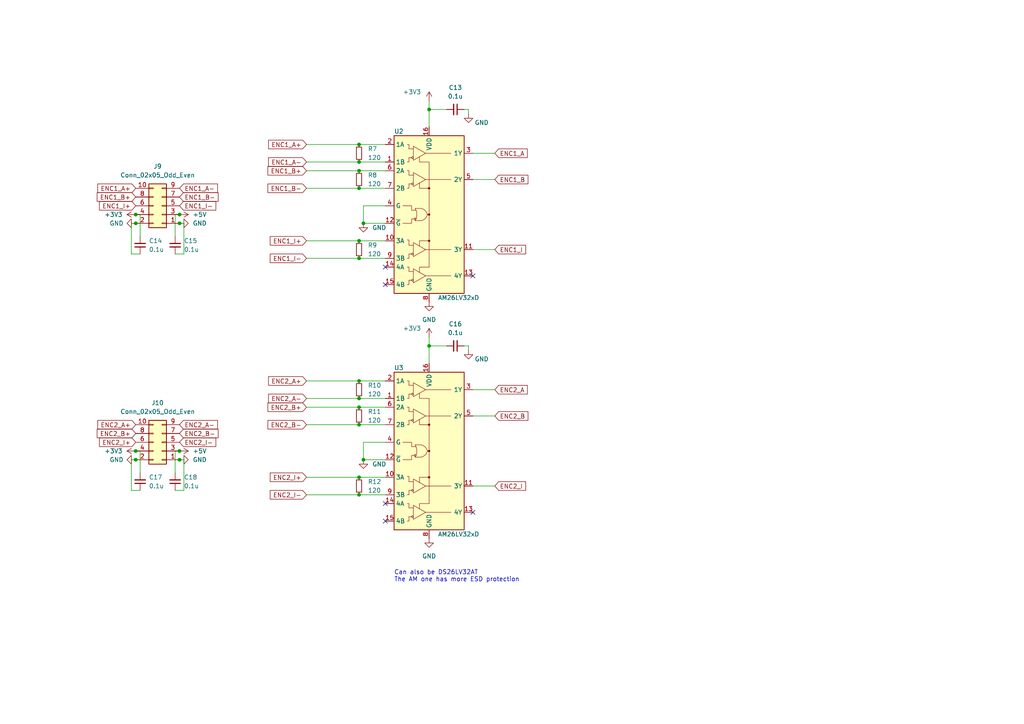
<source format=kicad_sch>
(kicad_sch (version 20230121) (generator eeschema)
  (paper "A4")
  (lib_symbols
    (symbol "Connector_Generic:Conn_02x05_Odd_Even" (pin_names (offset 1.016) hide)
      (property "Reference" "J" (at 1.27 7.62 0))
      (property "Value" "Conn_02x05_Odd_Even" (at 1.27 -7.62 0))
      (symbol "Conn_02x05_Odd_Even_1_1"
        (rectangle (start -1.27 -4.953) (end 0 -5.207) (stroke (width 0.1524)))
        (rectangle (start -1.27 -2.413) (end 0 -2.667) (stroke (width 0.1524)))
        (rectangle (start -1.27 0.127) (end 0 -0.127) (stroke (width 0.1524)))
        (rectangle (start -1.27 2.667) (end 0 2.413) (stroke (width 0.1524)))
        (rectangle (start -1.27 5.207) (end 0 4.953) (stroke (width 0.1524)))
        (rectangle (start -1.27 6.35) (end 3.81 -6.35) (stroke (width 0.254)) (fill (type background)))
        (rectangle (start 3.81 -4.953) (end 2.54 -5.207) (stroke (width 0.1524)))
        (rectangle (start 3.81 -2.413) (end 2.54 -2.667) (stroke (width 0.1524)))
        (rectangle (start 3.81 0.127) (end 2.54 -0.127) (stroke (width 0.1524)))
        (rectangle (start 3.81 2.667) (end 2.54 2.413) (stroke (width 0.1524)))
        (rectangle (start 3.81 5.207) (end 2.54 4.953) (stroke (width 0.1524)))
        (pin passive line (at -5.08 5.08 0) (length 3.81) (name "Pin_1") (number "1"))
        (pin passive line (at 7.62 -5.08 180) (length 3.81) (name "Pin_10") (number "10"))
        (pin passive line (at 7.62 5.08 180) (length 3.81) (name "Pin_2") (number "2"))
        (pin passive line (at -5.08 2.54 0) (length 3.81) (name "Pin_3") (number "3"))
        (pin passive line (at 7.62 2.54 180) (length 3.81) (name "Pin_4") (number "4"))
        (pin passive line (at -5.08 0 0) (length 3.81) (name "Pin_5") (number "5"))
        (pin passive line (at 7.62 0 180) (length 3.81) (name "Pin_6") (number "6"))
        (pin passive line (at -5.08 -2.54 0) (length 3.81) (name "Pin_7") (number "7"))
        (pin passive line (at 7.62 -2.54 180) (length 3.81) (name "Pin_8") (number "8"))
        (pin passive line (at -5.08 -5.08 0) (length 3.81) (name "Pin_9") (number "9"))
      )
    )
    (symbol "Device:C_Small" (pin_numbers hide) (pin_names (offset 0.254) hide)
      (property "Reference" "C" (at 0.254 1.778 0))
      (property "Value" "C_Small" (at 0.254 -2.032 0))
      (symbol "C_Small_0_1"
        (polyline (pts (xy -1.524 -0.508) (xy 1.524 -0.508)) (stroke (width 0.3302)))
        (polyline (pts (xy -1.524 0.508) (xy 1.524 0.508)) (stroke (width 0.3048)))
      )
      (symbol "C_Small_1_1"
        (pin passive line (at 0 2.54 270) (length 2.032) (name "~") (number "1"))
        (pin passive line (at 0 -2.54 90) (length 2.032) (name "~") (number "2"))
      )
    )
    (symbol "Device:R_Small" (pin_numbers hide) (pin_names (offset 0.254) hide)
      (property "Reference" "R" (at 0.762 0.508 0))
      (property "Value" "R_Small" (at 0.762 -1.016 0))
      (symbol "R_Small_0_1"
        (rectangle (start -0.762 1.778) (end 0.762 -1.778) (stroke (width 0.2032)))
      )
      (symbol "R_Small_1_1"
        (pin passive line (at 0 2.54 270) (length 0.762) (name "~") (number "1"))
        (pin passive line (at 0 -2.54 90) (length 0.762) (name "~") (number "2"))
      )
    )
    (symbol "Interface:AM26LV32xD"
      (property "Reference" "U" (at -8.89 24.13 0))
      (property "Value" "AM26LV32xD" (at 10.16 24.13 0))
      (symbol "AM26LV32xD_0_1"
        (rectangle (start -10.16 22.86) (end 10.16 -22.86) (stroke (width 0.254)) (fill (type background)))
        (circle (center -4.826 16.51) (radius 0.254))
        (arc (start -4.064 -1.778) (mid -3.5541 0) (end -4.064 1.778) (stroke (width 0.127)))
        (circle (center -4.064 -1.27) (radius 0.254))
        (arc (start -2.286 -1.778) (mid -1.1381 -1.1479) (end -0.508 0) (stroke (width 0.127)))
        (arc (start -0.508 0) (mid -1.1381 1.1479) (end -2.286 1.778) (stroke (width 0.127)))
        (circle (center 0 -7.62) (radius 0.254) (fill (type outline)))
        (polyline (pts (xy -5.842 16.51) (xy -5.08 16.51)) (stroke (width 0.127)))
        (polyline (pts (xy -5.842 19.05) (xy -4.572 19.05)) (stroke (width 0.127)))
        (polyline (pts (xy -4.064 -1.778) (xy -2.286 -1.778)) (stroke (width 0.127)))
        (polyline (pts (xy -2.286 1.778) (xy -4.064 1.778)) (stroke (width 0.127)))
        (polyline (pts (xy -1.016 -17.78) (xy 6.35 -17.78)) (stroke (width 0.127)))
        (polyline (pts (xy -1.016 -10.16) (xy 6.35 -10.16)) (stroke (width 0.127)))
        (polyline (pts (xy -1.016 10.16) (xy 6.35 10.16)) (stroke (width 0.127)))
        (polyline (pts (xy -1.016 17.78) (xy 6.35 17.78)) (stroke (width 0.127)))
        (polyline (pts (xy -0.508 0) (xy 0 0)))
        (polyline (pts (xy 0 0) (xy 0 -15.24)) (stroke (width 0.127)))
        (polyline (pts (xy 0 7.62) (xy 0 0)) (stroke (width 0.127)))
        (polyline (pts (xy -5.842 -19.05) (xy -5.842 -20.32) (xy -6.35 -20.32)) (stroke (width 0.127)))
        (polyline (pts (xy -5.842 -16.51) (xy -5.842 -15.24) (xy -6.35 -15.24)) (stroke (width 0.127)))
        (polyline (pts (xy -5.842 -11.43) (xy -5.842 -12.7) (xy -6.35 -12.7)) (stroke (width 0.127)))
        (polyline (pts (xy -5.842 -8.89) (xy -5.842 -7.366) (xy -6.35 -7.366)) (stroke (width 0.127)))
        (polyline (pts (xy -5.842 8.89) (xy -5.842 7.62) (xy -6.35 7.62)) (stroke (width 0.127)))
        (polyline (pts (xy -5.842 11.43) (xy -5.842 12.7) (xy -6.35 12.7)) (stroke (width 0.127)))
        (polyline (pts (xy -5.842 19.05) (xy -5.842 20.32) (xy -6.35 20.32)) (stroke (width 0.127)))
        (polyline (pts (xy 0 -15.24) (xy -2.794 -15.24) (xy -2.794 -16.764)) (stroke (width 0.127)))
        (polyline (pts (xy 0 -7.62) (xy -2.794 -7.62) (xy -2.794 -9.144)) (stroke (width 0.127)))
        (polyline (pts (xy 0 7.62) (xy -2.794 7.62) (xy -2.794 9.144)) (stroke (width 0.127)))
        (polyline (pts (xy -7.62 2.54) (xy -5.08 2.54) (xy -5.08 1.27) (xy -3.81 1.27)) (stroke (width 0.127)))
        (polyline (pts (xy -5.842 16.51) (xy -5.842 15.24) (xy -6.096 15.24) (xy -6.35 15.24)) (stroke (width 0.127)))
        (polyline (pts (xy -4.572 19.812) (xy -4.572 15.748) (xy -1.016 17.78) (xy -4.572 19.812)) (stroke (width 0.127)))
        (polyline (pts (xy -4.318 -1.27) (xy -5.08 -1.27) (xy -5.08 -2.54) (xy -7.62 -2.54)) (stroke (width 0.127)))
        (polyline (pts (xy 0 7.62) (xy 0 15.24) (xy -2.794 15.24) (xy -2.794 16.764)) (stroke (width 0.127)))
        (circle (center 0 0) (radius 0.254) (fill (type outline)))
        (circle (center 0 7.62) (radius 0.254) (fill (type outline)))
      )
      (symbol "AM26LV32xD_1_1"
        (circle (center -4.826 -19.05) (radius 0.254))
        (circle (center -4.826 -11.43) (radius 0.254))
        (circle (center -4.826 8.89) (radius 0.254))
        (polyline (pts (xy -5.842 -19.05) (xy -5.08 -19.05)) (stroke (width 0.127)))
        (polyline (pts (xy -5.842 -16.51) (xy -4.572 -16.51)) (stroke (width 0.127)))
        (polyline (pts (xy -5.842 -11.43) (xy -5.08 -11.43)) (stroke (width 0.127)))
        (polyline (pts (xy -5.842 -8.89) (xy -4.572 -8.89)) (stroke (width 0.127)))
        (polyline (pts (xy -5.842 8.89) (xy -5.08 8.89)) (stroke (width 0.127)))
        (polyline (pts (xy -5.842 11.43) (xy -4.572 11.43)) (stroke (width 0.127)))
        (polyline (pts (xy -4.572 -15.748) (xy -4.572 -19.812) (xy -1.016 -17.78) (xy -4.572 -15.748)) (stroke (width 0.127)))
        (polyline (pts (xy -4.572 -8.128) (xy -4.572 -12.192) (xy -1.016 -10.16) (xy -4.572 -8.128)) (stroke (width 0.127)))
        (polyline (pts (xy -4.572 12.192) (xy -4.572 8.128) (xy -1.016 10.16) (xy -4.572 12.192)) (stroke (width 0.127)))
        (pin input line (at -12.7 15.24 0) (length 2.54) (name "1B") (number "1"))
        (pin input line (at -12.7 -7.62 0) (length 2.54) (name "3A") (number "10"))
        (pin tri_state line (at 12.7 -10.16 180) (length 2.54) (name "3Y") (number "11"))
        (pin input line (at -12.7 -2.54 0) (length 2.54) (name "~{G}") (number "12"))
        (pin tri_state line (at 12.7 -17.78 180) (length 2.54) (name "4Y") (number "13"))
        (pin input line (at -12.7 -15.24 0) (length 2.54) (name "4A") (number "14"))
        (pin input line (at -12.7 -20.32 0) (length 2.54) (name "4B") (number "15"))
        (pin power_in line (at 0 25.4 270) (length 2.54) (name "VDD") (number "16"))
        (pin input line (at -12.7 20.32 0) (length 2.54) (name "1A") (number "2"))
        (pin tri_state line (at 12.7 17.78 180) (length 2.54) (name "1Y") (number "3"))
        (pin input line (at -12.7 2.54 0) (length 2.54) (name "G") (number "4"))
        (pin tri_state line (at 12.7 10.16 180) (length 2.54) (name "2Y") (number "5"))
        (pin input line (at -12.7 12.7 0) (length 2.54) (name "2A") (number "6"))
        (pin input line (at -12.7 7.62 0) (length 2.54) (name "2B") (number "7"))
        (pin power_in line (at 0 -25.4 90) (length 2.54) (name "GND") (number "8"))
        (pin input line (at -12.7 -12.7 0) (length 2.54) (name "3B") (number "9"))
      )
    )
    (symbol "power:+3.3V" (power) (pin_names (offset 0))
      (property "Value" "+3.3V" (at 0 3.556 0))
      (symbol "+3.3V_0_1"
        (polyline (pts (xy -0.762 1.27) (xy 0 2.54)))
        (polyline (pts (xy 0 0) (xy 0 2.54)))
        (polyline (pts (xy 0 2.54) (xy 0.762 1.27)))
      )
      (symbol "+3.3V_1_1"
        (pin power_in line (at 0 0 90) (length 0) hide (name "+3V3") (number "1"))
      )
    )
    (symbol "power:+5V" (power) (pin_names (offset 0))
      (property "Value" "+5V" (at 0 3.556 0))
      (symbol "+5V_0_1"
        (polyline (pts (xy -0.762 1.27) (xy 0 2.54)))
        (polyline (pts (xy 0 0) (xy 0 2.54)))
        (polyline (pts (xy 0 2.54) (xy 0.762 1.27)))
      )
      (symbol "+5V_1_1"
        (pin power_in line (at 0 0 90) (length 0) hide (name "+5V") (number "1"))
      )
    )
    (symbol "power:GND" (power) (pin_names (offset 0))
      (property "Value" "GND" (at 0 -3.81 0))
      (symbol "GND_0_1"
        (polyline (pts (xy 0 0) (xy 0 -1.27) (xy 1.27 -1.27) (xy 0 -2.54) (xy -1.27 -1.27) (xy 0 -1.27)))
      )
      (symbol "GND_1_1"
        (pin power_in line (at 0 0 270) (length 0) hide (name "GND") (number "1"))
      )
    )
  )
  (junction (at 124.46 100.33))
  (junction (at 104.14 115.57))
  (junction (at 52.07 133.35))
  (junction (at 104.14 74.93))
  (junction (at 104.14 46.99))
  (junction (at 52.07 64.77))
  (junction (at 104.14 118.11))
  (junction (at 104.14 123.19))
  (junction (at 105.41 133.35))
  (junction (at 39.37 133.35))
  (junction (at 104.14 54.61))
  (junction (at 124.46 31.75))
  (junction (at 104.14 138.43))
  (junction (at 104.14 110.49))
  (junction (at 104.14 69.85))
  (junction (at 52.07 130.81))
  (junction (at 39.37 130.81))
  (junction (at 104.14 143.51))
  (junction (at 104.14 41.91))
  (junction (at 39.37 64.77))
  (junction (at 39.37 62.23))
  (junction (at 52.07 62.23))
  (junction (at 105.41 64.77))
  (junction (at 104.14 49.53))
  (no_connect (at 111.76 77.47))
  (no_connect (at 111.76 82.55))
  (no_connect (at 137.16 148.59))
  (no_connect (at 111.76 151.13))
  (no_connect (at 111.76 146.05))
  (no_connect (at 137.16 80.01))
  (wire (pts (xy 104.14 110.49) (xy 111.76 110.49)))
  (wire (pts (xy 104.14 49.53) (xy 111.76 49.53)))
  (wire (pts (xy 53.34 73.66) (xy 53.34 64.77)))
  (wire (pts (xy 135.89 31.75) (xy 135.89 33.02)))
  (wire (pts (xy 40.64 142.24) (xy 38.1 142.24)))
  (wire (pts (xy 104.14 118.11) (xy 111.76 118.11)))
  (wire (pts (xy 38.1 133.35) (xy 39.37 133.35)))
  (wire (pts (xy 88.9 69.85) (xy 104.14 69.85)))
  (wire (pts (xy 53.34 142.24) (xy 53.34 133.35)))
  (wire (pts (xy 124.46 31.75) (xy 129.54 31.75)))
  (wire (pts (xy 105.41 133.35) (xy 111.76 133.35)))
  (wire (pts (xy 104.14 54.61) (xy 111.76 54.61)))
  (wire (pts (xy 134.62 100.33) (xy 135.89 100.33)))
  (wire (pts (xy 111.76 59.69) (xy 105.41 59.69)))
  (wire (pts (xy 88.9 143.51) (xy 104.14 143.51)))
  (wire (pts (xy 50.8 142.24) (xy 53.34 142.24)))
  (wire (pts (xy 105.41 64.77) (xy 111.76 64.77)))
  (wire (pts (xy 38.1 142.24) (xy 38.1 133.35)))
  (wire (pts (xy 39.37 62.23) (xy 40.64 62.23)))
  (wire (pts (xy 104.14 41.91) (xy 111.76 41.91)))
  (wire (pts (xy 134.62 31.75) (xy 135.89 31.75)))
  (wire (pts (xy 52.07 64.77) (xy 53.34 64.77)))
  (wire (pts (xy 88.9 54.61) (xy 104.14 54.61)))
  (wire (pts (xy 38.1 73.66) (xy 38.1 64.77)))
  (wire (pts (xy 50.8 130.81) (xy 52.07 130.81)))
  (wire (pts (xy 137.16 113.03) (xy 143.51 113.03)))
  (wire (pts (xy 88.9 118.11) (xy 104.14 118.11)))
  (wire (pts (xy 104.14 46.99) (xy 111.76 46.99)))
  (wire (pts (xy 50.8 68.58) (xy 50.8 62.23)))
  (wire (pts (xy 105.41 128.27) (xy 105.41 133.35)))
  (wire (pts (xy 40.64 73.66) (xy 38.1 73.66)))
  (wire (pts (xy 38.1 64.77) (xy 39.37 64.77)))
  (wire (pts (xy 50.8 137.16) (xy 50.8 130.81)))
  (wire (pts (xy 40.64 68.58) (xy 40.64 62.23)))
  (wire (pts (xy 88.9 41.91) (xy 104.14 41.91)))
  (wire (pts (xy 50.8 73.66) (xy 53.34 73.66)))
  (wire (pts (xy 88.9 74.93) (xy 104.14 74.93)))
  (wire (pts (xy 39.37 130.81) (xy 40.64 130.81)))
  (wire (pts (xy 88.9 49.53) (xy 104.14 49.53)))
  (wire (pts (xy 137.16 140.97) (xy 143.51 140.97)))
  (wire (pts (xy 124.46 100.33) (xy 129.54 100.33)))
  (wire (pts (xy 137.16 44.45) (xy 143.51 44.45)))
  (wire (pts (xy 50.8 62.23) (xy 52.07 62.23)))
  (wire (pts (xy 104.14 115.57) (xy 111.76 115.57)))
  (wire (pts (xy 135.89 100.33) (xy 135.89 101.6)))
  (wire (pts (xy 88.9 46.99) (xy 104.14 46.99)))
  (wire (pts (xy 137.16 120.65) (xy 143.51 120.65)))
  (wire (pts (xy 124.46 97.79) (xy 124.46 100.33)))
  (wire (pts (xy 88.9 123.19) (xy 104.14 123.19)))
  (wire (pts (xy 104.14 143.51) (xy 111.76 143.51)))
  (wire (pts (xy 124.46 100.33) (xy 124.46 105.41)))
  (wire (pts (xy 137.16 72.39) (xy 143.51 72.39)))
  (wire (pts (xy 88.9 138.43) (xy 104.14 138.43)))
  (wire (pts (xy 40.64 137.16) (xy 40.64 130.81)))
  (wire (pts (xy 124.46 29.21) (xy 124.46 31.75)))
  (wire (pts (xy 104.14 123.19) (xy 111.76 123.19)))
  (wire (pts (xy 105.41 59.69) (xy 105.41 64.77)))
  (wire (pts (xy 88.9 115.57) (xy 104.14 115.57)))
  (wire (pts (xy 104.14 74.93) (xy 111.76 74.93)))
  (wire (pts (xy 104.14 138.43) (xy 111.76 138.43)))
  (wire (pts (xy 124.46 31.75) (xy 124.46 36.83)))
  (wire (pts (xy 53.34 133.35) (xy 52.07 133.35)))
  (wire (pts (xy 104.14 69.85) (xy 111.76 69.85)))
  (wire (pts (xy 88.9 110.49) (xy 104.14 110.49)))
  (wire (pts (xy 137.16 52.07) (xy 143.51 52.07)))
  (wire (pts (xy 105.41 128.27) (xy 111.76 128.27)))
  (text "Can also be DS26LV32AT\nThe AM one has more ESD protection" (at 114.3 168.91 0) (effects (font (size 1.27 1.27)) (justify left bottom)))
  (global_label "ENC1_B+" (shape input) (at 39.37 57.15 180) (property "Intersheetrefs" "${INTERSHEET_REFS}" (effects hide)))
  (global_label "ENC1_A-" (shape input) (at 88.9 46.99 180) (property "Intersheetrefs" "${INTERSHEET_REFS}" (effects hide)))
  (global_label "ENC1_A" (shape input) (at 143.51 44.45 0) (property "Intersheetrefs" "${INTERSHEET_REFS}" (effects hide)))
  (global_label "ENC2_B-" (shape input) (at 52.07 125.73 0) (property "Intersheetrefs" "${INTERSHEET_REFS}" (effects hide)))
  (global_label "ENC2_I+" (shape input) (at 88.9 138.43 180) (property "Intersheetrefs" "${INTERSHEET_REFS}" (effects hide)))
  (global_label "ENC1_A+" (shape input) (at 88.9 41.91 180) (property "Intersheetrefs" "${INTERSHEET_REFS}" (effects hide)))
  (global_label "ENC1_B-" (shape input) (at 52.07 57.15 0) (property "Intersheetrefs" "${INTERSHEET_REFS}" (effects hide)))
  (global_label "ENC1_I+" (shape input) (at 39.37 59.69 180) (property "Intersheetrefs" "${INTERSHEET_REFS}" (effects hide)))
  (global_label "ENC2_B+" (shape input) (at 39.37 125.73 180) (property "Intersheetrefs" "${INTERSHEET_REFS}" (effects hide)))
  (global_label "ENC2_I-" (shape input) (at 88.9 143.51 180) (property "Intersheetrefs" "${INTERSHEET_REFS}" (effects hide)))
  (global_label "ENC2_I-" (shape input) (at 52.07 128.27 0) (property "Intersheetrefs" "${INTERSHEET_REFS}" (effects hide)))
  (global_label "ENC2_A" (shape input) (at 143.51 113.03 0) (property "Intersheetrefs" "${INTERSHEET_REFS}" (effects hide)))
  (global_label "ENC1_I+" (shape input) (at 88.9 69.85 180) (property "Intersheetrefs" "${INTERSHEET_REFS}" (effects hide)))
  (global_label "ENC1_I-" (shape input) (at 88.9 74.93 180) (property "Intersheetrefs" "${INTERSHEET_REFS}" (effects hide)))
  (global_label "ENC1_A-" (shape input) (at 52.07 54.61 0) (property "Intersheetrefs" "${INTERSHEET_REFS}" (effects hide)))
  (global_label "ENC2_A-" (shape input) (at 52.07 123.19 0) (property "Intersheetrefs" "${INTERSHEET_REFS}" (effects hide)))
  (global_label "ENC2_I+" (shape input) (at 39.37 128.27 180) (property "Intersheetrefs" "${INTERSHEET_REFS}" (effects hide)))
  (global_label "ENC1_I-" (shape input) (at 52.07 59.69 0) (property "Intersheetrefs" "${INTERSHEET_REFS}" (effects hide)))
  (global_label "ENC2_B+" (shape input) (at 88.9 118.11 180) (property "Intersheetrefs" "${INTERSHEET_REFS}" (effects hide)))
  (global_label "ENC1_B+" (shape input) (at 88.9 49.53 180) (property "Intersheetrefs" "${INTERSHEET_REFS}" (effects hide)))
  (global_label "ENC1_I" (shape input) (at 143.51 72.39 0) (property "Intersheetrefs" "${INTERSHEET_REFS}" (effects hide)))
  (global_label "ENC2_I" (shape input) (at 143.51 140.97 0) (property "Intersheetrefs" "${INTERSHEET_REFS}" (effects hide)))
  (global_label "ENC1_B" (shape input) (at 143.51 52.07 0) (property "Intersheetrefs" "${INTERSHEET_REFS}" (effects hide)))
  (global_label "ENC1_B-" (shape input) (at 88.9 54.61 180) (property "Intersheetrefs" "${INTERSHEET_REFS}" (effects hide)))
  (global_label "ENC1_A+" (shape input) (at 39.37 54.61 180) (property "Intersheetrefs" "${INTERSHEET_REFS}" (effects hide)))
  (global_label "ENC2_B" (shape input) (at 143.51 120.65 0) (property "Intersheetrefs" "${INTERSHEET_REFS}" (effects hide)))
  (global_label "ENC2_B-" (shape input) (at 88.9 123.19 180) (property "Intersheetrefs" "${INTERSHEET_REFS}" (effects hide)))
  (global_label "ENC2_A-" (shape input) (at 88.9 115.57 180) (property "Intersheetrefs" "${INTERSHEET_REFS}" (effects hide)))
  (global_label "ENC2_A+" (shape input) (at 39.37 123.19 180) (property "Intersheetrefs" "${INTERSHEET_REFS}" (effects hide)))
  (global_label "ENC2_A+" (shape input) (at 88.9 110.49 180) (property "Intersheetrefs" "${INTERSHEET_REFS}" (effects hide)))
  (symbol (lib_id "power:+3.3V") (at 39.37 62.23 90) (unit 1)
    (property "Reference" "#PWR031" (effects hide))
    (property "Value" "+3.3V" (at 35.56 62.2299 90) (effects (justify left)))
  )
  (symbol (lib_id "power:GND") (at 135.89 33.02 0) (unit 1)
    (property "Reference" "#PWR030" (effects hide))
    (property "Value" "GND" (at 139.7 35.56 0))
  )
  (symbol (lib_id "power:+5V") (at 52.07 62.23 270) (unit 1)
    (property "Reference" "#PWR032" (effects hide))
    (property "Value" "+5V" (at 55.88 62.2299 90) (effects (justify left)))
  )
  (symbol (lib_id "Connector_Generic:Conn_02x05_Odd_Even") (at 46.99 128.27 180) (unit 1)
    (property "Reference" "J10" (at 45.72 116.84 0))
    (property "Value" "Conn_02x05_Odd_Even" (at 45.72 119.38 0))
    (property "Footprint" "Connector_PinSocket_2.54mm:PinSocket_2x05_P2.54mm_Vertical" (effects hide))
  )
  (symbol (lib_id "Device:C_Small") (at 40.64 71.12 180) (unit 1)
    (property "Reference" "C14" (at 43.18 69.8435 0) (effects (justify right)))
    (property "Value" "0.1u" (at 43.18 72.3835 0) (effects (justify right)))
    (property "Footprint" "Capacitor_SMD:C_0603_1608Metric_Pad1.08x0.95mm_HandSolder" (effects hide))
  )
  (symbol (lib_id "power:GND") (at 124.46 156.21 0) (unit 1)
    (property "Reference" "#PWR044" (effects hide))
    (property "Value" "GND" (at 124.46 161.29 0))
  )
  (symbol (lib_id "Device:R_Small") (at 104.14 140.97 0) (unit 1)
    (property "Reference" "R12" (at 106.68 139.6999 0) (effects (justify left)))
    (property "Value" "120" (at 106.68 142.2399 0) (effects (justify left)))
    (property "Footprint" "Resistor_SMD:R_0603_1608Metric_Pad0.98x0.95mm_HandSolder" (effects hide))
  )
  (symbol (lib_id "power:GND") (at 39.37 133.35 270) (unit 1)
    (property "Reference" "#PWR041" (effects hide))
    (property "Value" "GND" (at 31.75 133.35 90) (effects (justify left)))
  )
  (symbol (lib_id "power:GND") (at 105.41 64.77 0) (unit 1)
    (property "Reference" "#PWR035" (effects hide))
    (property "Value" "GND" (at 107.95 66.0399 0) (effects (justify left)))
  )
  (symbol (lib_id "power:GND") (at 52.07 64.77 90) (unit 1)
    (property "Reference" "#PWR034" (effects hide))
    (property "Value" "GND" (at 55.88 64.7699 90) (effects (justify right)))
  )
  (symbol (lib_id "Device:C_Small") (at 50.8 139.7 180) (unit 1)
    (property "Reference" "C18" (at 53.34 138.4235 0) (effects (justify right)))
    (property "Value" "0.1u" (at 53.34 140.9635 0) (effects (justify right)))
    (property "Footprint" "Capacitor_SMD:C_0603_1608Metric_Pad1.08x0.95mm_HandSolder" (effects hide))
  )
  (symbol (lib_id "Device:R_Small") (at 104.14 120.65 0) (unit 1)
    (property "Reference" "R11" (at 106.68 119.3799 0) (effects (justify left)))
    (property "Value" "120" (at 106.68 121.9199 0) (effects (justify left)))
    (property "Footprint" "Resistor_SMD:R_0603_1608Metric_Pad0.98x0.95mm_HandSolder" (effects hide))
  )
  (symbol (lib_id "power:GND") (at 135.89 101.6 0) (unit 1)
    (property "Reference" "#PWR038" (effects hide))
    (property "Value" "GND" (at 139.7 104.14 0))
  )
  (symbol (lib_id "power:GND") (at 105.41 133.35 0) (unit 1)
    (property "Reference" "#PWR043" (effects hide))
    (property "Value" "GND" (at 107.95 134.6199 0) (effects (justify left)))
  )
  (symbol (lib_id "Device:C_Small") (at 132.08 31.75 270) (unit 1)
    (property "Reference" "C13" (at 132.0736 25.4 90))
    (property "Value" "0.1u" (at 132.0736 27.94 90))
    (property "Footprint" "Capacitor_SMD:C_0603_1608Metric_Pad1.08x0.95mm_HandSolder" (effects hide))
  )
  (symbol (lib_id "Device:C_Small") (at 132.08 100.33 270) (unit 1)
    (property "Reference" "C16" (at 132.0736 93.98 90))
    (property "Value" "0.1u" (at 132.0736 96.52 90))
    (property "Footprint" "Capacitor_SMD:C_0603_1608Metric_Pad1.08x0.95mm_HandSolder" (effects hide))
  )
  (symbol (lib_id "power:GND") (at 52.07 133.35 90) (unit 1)
    (property "Reference" "#PWR042" (effects hide))
    (property "Value" "GND" (at 55.88 133.3499 90) (effects (justify right)))
  )
  (symbol (lib_id "Interface:AM26LV32xD") (at 124.46 130.81 0) (unit 1)
    (property "Reference" "U3" (at 114.3 106.68 0) (effects (justify left)))
    (property "Value" "AM26LV32xD" (at 127 154.94 0) (effects (justify left)))
    (property "Footprint" "Package_SO:SOIC-16_3.9x9.9mm_P1.27mm" (effects hide))
    (property "Datasheet" "http://www.ti.com/lit/ds/symlink/am26lv32.pdf" (effects hide))
  )
  (symbol (lib_id "power:GND") (at 124.46 87.63 0) (unit 1)
    (property "Reference" "#PWR036" (effects hide))
    (property "Value" "GND" (at 124.46 92.71 0))
  )
  (symbol (lib_id "Device:C_Small") (at 40.64 139.7 180) (unit 1)
    (property "Reference" "C17" (at 43.18 138.4235 0) (effects (justify right)))
    (property "Value" "0.1u" (at 43.18 140.9635 0) (effects (justify right)))
    (property "Footprint" "Capacitor_SMD:C_0603_1608Metric_Pad1.08x0.95mm_HandSolder" (effects hide))
  )
  (symbol (lib_id "Interface:AM26LV32xD") (at 124.46 62.23 0) (unit 1)
    (property "Reference" "U2" (at 114.3 38.1 0) (effects (justify left)))
    (property "Value" "AM26LV32xD" (at 127 86.36 0) (effects (justify left)))
    (property "Footprint" "Package_SO:SOIC-16_3.9x9.9mm_P1.27mm" (effects hide))
    (property "Datasheet" "http://www.ti.com/lit/ds/symlink/am26lv32.pdf" (effects hide))
  )
  (symbol (lib_id "power:GND") (at 39.37 64.77 270) (unit 1)
    (property "Reference" "#PWR033" (effects hide))
    (property "Value" "GND" (at 31.75 64.77 90) (effects (justify left)))
  )
  (symbol (lib_id "power:+3.3V") (at 124.46 97.79 0) (unit 1)
    (property "Reference" "#PWR037" (effects hide))
    (property "Value" "+3.3V" (at 116.84 95.25 0) (effects (justify left)))
  )
  (symbol (lib_id "Connector_Generic:Conn_02x05_Odd_Even") (at 46.99 59.69 180) (unit 1)
    (property "Reference" "J9" (at 45.72 48.26 0))
    (property "Value" "Conn_02x05_Odd_Even" (at 45.72 50.8 0))
    (property "Footprint" "Connector_PinSocket_2.54mm:PinSocket_2x05_P2.54mm_Vertical" (effects hide))
  )
  (symbol (lib_id "Device:R_Small") (at 104.14 44.45 0) (unit 1)
    (property "Reference" "R7" (at 106.68 43.1799 0) (effects (justify left)))
    (property "Value" "120" (at 106.68 45.7199 0) (effects (justify left)))
    (property "Footprint" "Resistor_SMD:R_0603_1608Metric_Pad0.98x0.95mm_HandSolder" (effects hide))
  )
  (symbol (lib_id "Device:R_Small") (at 104.14 72.39 0) (unit 1)
    (property "Reference" "R9" (at 106.68 71.1199 0) (effects (justify left)))
    (property "Value" "120" (at 106.68 73.6599 0) (effects (justify left)))
    (property "Footprint" "Resistor_SMD:R_0603_1608Metric_Pad0.98x0.95mm_HandSolder" (effects hide))
  )
  (symbol (lib_id "power:+3.3V") (at 124.46 29.21 0) (unit 1)
    (property "Reference" "#PWR029" (effects hide))
    (property "Value" "+3.3V" (at 116.84 26.67 0) (effects (justify left)))
  )
  (symbol (lib_id "power:+3.3V") (at 39.37 130.81 90) (unit 1)
    (property "Reference" "#PWR039" (effects hide))
    (property "Value" "+3.3V" (at 35.56 130.8099 90) (effects (justify left)))
  )
  (symbol (lib_id "Device:R_Small") (at 104.14 113.03 0) (unit 1)
    (property "Reference" "R10" (at 106.68 111.7599 0) (effects (justify left)))
    (property "Value" "120" (at 106.68 114.2999 0) (effects (justify left)))
    (property "Footprint" "Resistor_SMD:R_0603_1608Metric_Pad0.98x0.95mm_HandSolder" (effects hide))
  )
  (symbol (lib_id "Device:C_Small") (at 50.8 71.12 180) (unit 1)
    (property "Reference" "C15" (at 53.34 69.8435 0) (effects (justify right)))
    (property "Value" "0.1u" (at 53.34 72.3835 0) (effects (justify right)))
    (property "Footprint" "Capacitor_SMD:C_0603_1608Metric_Pad1.08x0.95mm_HandSolder" (effects hide))
  )
  (symbol (lib_id "power:+5V") (at 52.07 130.81 270) (unit 1)
    (property "Reference" "#PWR040" (effects hide))
    (property "Value" "+5V" (at 55.88 130.8099 90) (effects (justify left)))
  )
  (symbol (lib_id "Device:R_Small") (at 104.14 52.07 0) (unit 1)
    (property "Reference" "R8" (at 106.68 50.7999 0) (effects (justify left)))
    (property "Value" "120" (at 106.68 53.3399 0) (effects (justify left)))
    (property "Footprint" "Resistor_SMD:R_0603_1608Metric_Pad0.98x0.95mm_HandSolder" (effects hide))
  )
)
</source>
